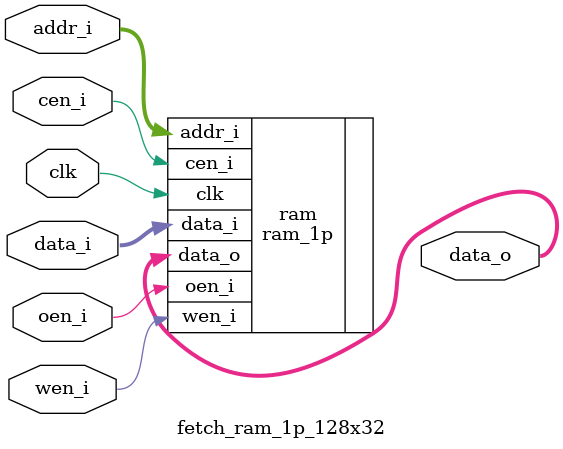
<source format=v>

`include "enc_defines.v"

module fetch_ram_1p_128x32 (
  clk    ,
  cen_i  ,
  oen_i  ,
  wen_i  ,
  addr_i ,
  data_i ,
  data_o
);

//*** PARAMETER DECLARATION ****************************************************

  parameter Word_Width = 128 ;
  parameter Addr_Width = 5   ;


//*** INPUT/OUTPUT DECLARATION *************************************************

  input                     clk    ;
  input                     cen_i  ;
  input                     oen_i  ;
  input                     wen_i  ;
  input   [Addr_Width-1:0]  addr_i ;
  input   [Word_Width-1:0]  data_i ;
  output  [Word_Width-1:0]  data_o ;


//*** MAIN BODY ****************************************************************

  ram_1p #(
    .Addr_Width    ( Addr_Width    ),
    .Word_Width    ( Word_Width    )
  ) ram (                          
    .clk           ( clk           ),
    .cen_i         ( cen_i         ),
    .oen_i         ( oen_i         ),
    .wen_i         ( wen_i         ),
    .addr_i        ( addr_i        ),
    .data_i        ( data_i        ),
    .data_o        ( data_o        )
    );


endmodule

</source>
